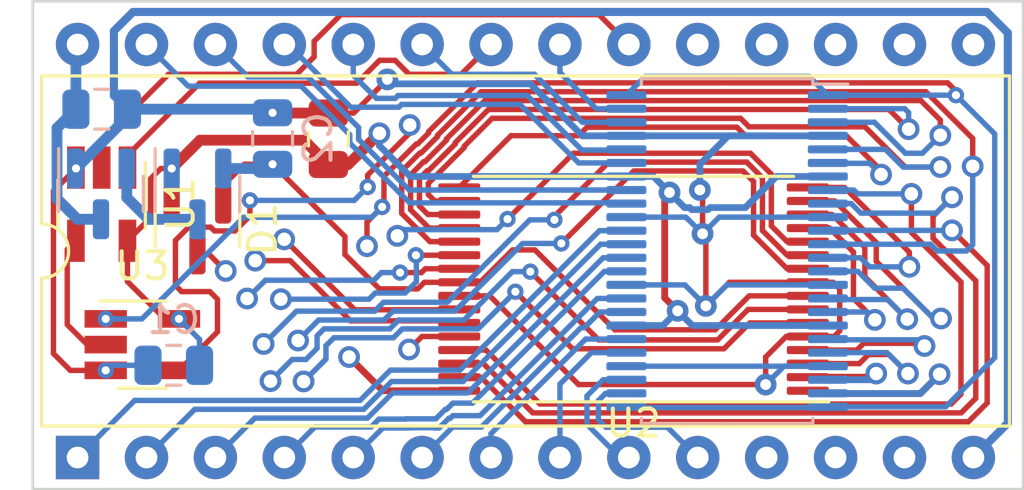
<source format=kicad_pcb>
(kicad_pcb (version 20221018) (generator pcbnew)
  (layers (0 "F.Cu" signal) (31 "B.Cu" signal) (34 "B.Paste" user) (35 "F.Paste" user) (36 "B.SilkS" user "B.Silkscreen") (37 "F.SilkS" user "F.Silkscreen") (38 "B.Mask" user) (39 "F.Mask" user) (44 "Edge.Cuts" user))
  (net 0 "")
  (net 1 "+3V3")
  (net 2 "/ED0")
  (net 3 "/ED1")
  (net 4 "/ED2")
  (net 5 "/ED4")
  (net 6 "/ED5")
  (net 7 "/ED6")
  (net 8 "/ED7")
  (net 9 "GND")
  (net 10 "/D7")
  (net 11 "/D6")
  (net 12 "/D5")
  (net 13 "/D4")
  (net 14 "/D3")
  (net 15 "/D2")
  (net 16 "/D1")
  (net 17 "/D0")
  (net 18 "+5V")
  (net 19 "/A14")
  (net 20 "/A12")
  (net 21 "/A7")
  (net 22 "/A6")
  (net 23 "/A5")
  (net 24 "/A4")
  (net 25 "/A3")
  (net 26 "/A2")
  (net 27 "/A1")
  (net 28 "/A0")
  (net 29 "/A10")
  (net 30 "/A11")
  (net 31 "/A9")
  (net 32 "/A8")
  (net 33 "/A13")
  (net 34 "/EA0")
  (net 35 "/EA1")
  (net 36 "/EA2")
  (net 37 "/EA3")
  (net 38 "/EA4")
  (net 39 "/EA5")
  (net 40 "/EA6")
  (net 41 "/EA7")
  (net 42 "/~{AOE}")
  (net 43 "/EA8")
  (net 44 "/EA9")
  (net 45 "/EA10")
  (net 46 "/EA11")
  (net 47 "/EA12")
  (net 48 "/EA13")
  (net 49 "/EA14")
  (net 50 "/~{EOE}")
  (net 51 "/EA15")
  (net 52 "/ED3")
  (net 53 "/~{ECS}")
  (net 54 "/A15")
  (net 55 "/VCCRAM")
  (net 56 "Net-(U8-VO)")
  (net 57 "/~{WERAM}")
  (net 58 "/~{OERAM}")
  (net 59 "/uA16")
  (net 60 "/~{EXT}")
  (net 61 "/~{DOE}")
  (net 63 "/BATT")
  (footprint "my_own_conn:PTH_0.8_0.5mm" (layer "F.Cu") (at 132.2578 95.7326)
    (fp_text reference "J6" hide)
    (fp_text value "Conn" hide)
  )
  (footprint "my_own_conn:PTH_0.8_0.5mm" (layer "F.Cu") (at 107.1118 91.948)
    (fp_text reference "J2" hide)
    (fp_text value "Conn" hide)
  )
  (footprint "my_own_conn:PTH_0.8_0.5mm" (layer "F.Cu") (at 133.8834 89.2302)
    (fp_text reference "J18" hide)
    (fp_text value "Conn" hide)
  )
  (footprint "my_own_conn:PTH_0.8_0.5mm" (layer "F.Cu") (at 112.3188 91.0336)
    (fp_text reference "J33" hide)
    (fp_text value "Conn" hide)
  )
  (footprint "my_own_conn:PTH_0.8_0.5mm" (layer "F.Cu") (at 131.0894 95.7326)
    (fp_text reference "J5" hide)
    (fp_text value "Conn" hide)
  )
  (footprint "my_own_conn:PTH_0.8_0.5mm" (layer "F.Cu") (at 108.1992 91.567 180)
    (fp_text reference "J27" hide)
    (fp_text value "Conn" hide)
  )
  (footprint "my_own_conn:PTH_0.8_0.5mm" (layer "F.Cu") (at 133.8834 90.4494)
    (fp_text reference "J19" hide)
    (fp_text value "Conn" hide)
  )
  (footprint "my_own_conn:PTH_0.8_0.5mm" (layer "F.Cu") (at 113.8936 86.5632)
    (fp_text reference "J34" hide)
    (fp_text value "Conn" hide)
  )
  (footprint "my_own_conn:PTH_0.8_0.5mm" (layer "F.Cu") (at 134.6454 88.0872)
    (fp_text reference "J16" hide)
    (fp_text value "Conn" hide)
  )
  (footprint "my_own_conn:PTH_0.8_0.5mm" (layer "F.Cu") (at 132.8674 94.7166)
    (fp_text reference "J7" hide)
    (fp_text value "Conn" hide)
  )
  (footprint "my_own_conn:PTH_0.8_0.5mm" (layer "F.Cu") (at 108.7628 96.012 180)
    (fp_text reference "J21" hide)
    (fp_text value "Conn" hide)
  )
  (footprint "my_own_conn:PTH_0.8_0.5mm" (layer "F.Cu") (at 133.4262 95.758)
    (fp_text reference "J1" hide)
    (fp_text value "Conn" hide)
  )
  (footprint "Package_SO:TSOP-I-32_11.8x8mm_P0.5mm" (layer "F.Cu") (at 122.14312 92.6166 180)
    (fp_text reference "U2")
    (fp_text value "IS63WV1288DBLL-10xLI" hide)
  )
  (footprint "Package_TO_SOT_SMD:SOT-23" (layer "F.Cu") (at 106.0704 90.4009 -90)
    (fp_text reference "D1")
    (fp_text value "BAT54A")
  )
  (footprint "Package_TO_SOT_SMD:SOT-23-5_HandSoldering" (layer "F.Cu") (at 104.0384 94.6658)
    (fp_text reference "U3")
    (fp_text value "74LVC1G32")
  )
  (footprint "my_own_conn:PTH_0.8_0.5mm" (layer "F.Cu") (at 133.477 93.7006)
    (fp_text reference "J10" hide)
    (fp_text value "Conn" hide)
  )
  (footprint "my_own_conn:PTH_0.8_0.5mm" (layer "F.Cu") (at 109.982 96.0238 180)
    (fp_text reference "J20" hide)
    (fp_text value "Conn" hide)
  )
  (footprint "my_own_conn:PTH_0.8_0.5mm" (layer "F.Cu") (at 108.5088 94.6404)
    (fp_text reference "J23" hide)
    (fp_text value "Conn" hide)
  )
  (footprint "Package_DIP:DIP-28_W15.24mm" (layer "F.Cu") (at 101.6508 98.8314 90)
    (fp_text reference "U7" hide)
    (fp_text value "Target" hide)
  )
  (footprint "Capacitor_SMD:C_0805_2012Metric" (layer "F.Cu") (at 110.8964 87.0712 90)
    (fp_text reference "C4" hide)
    (fp_text value "100n" hide)
  )
  (footprint "my_own_conn:PTH_0.8_0.5mm" (layer "F.Cu") (at 132.3086 91.7956)
    (fp_text reference "J11" hide)
    (fp_text value "Conn" hide)
  )
  (footprint "my_own_conn:PTH_0.8_0.5mm" (layer "F.Cu") (at 112.776 86.868)
    (fp_text reference "J30" hide)
    (fp_text value "Conn" hide)
  )
  (footprint "my_own_conn:PTH_0.8_0.5mm" (layer "F.Cu") (at 109.7788 94.5134 180)
    (fp_text reference "J22" hide)
    (fp_text value "Conn" hide)
  )
  (footprint "my_own_conn:PTH_0.8_0.5mm" (layer "F.Cu") (at 107.8992 92.964 180)
    (fp_text reference "J25" hide)
    (fp_text value "Conn" hide)
  )
  (footprint "Package_TO_SOT_SMD:SOT-23-5_HandSoldering" (layer "F.Cu") (at 102.5398 89.4842 -90)
    (fp_text reference "U1")
    (fp_text value "74LVC1G32")
  )
  (footprint "my_own_conn:PTH_0.8_0.5mm" (layer "F.Cu") (at 131.0386 93.7514)
    (fp_text reference "J8" hide)
    (fp_text value "Conn" hide)
  )
  (footprint "my_own_conn:PTH_0.8_0.5mm" (layer "F.Cu") (at 132.3848 89.1032)
    (fp_text reference "J17" hide)
    (fp_text value "Conn" hide)
  )
  (footprint "my_own_conn:PTH_0.8_0.5mm" (layer "F.Cu") (at 109.1438 92.9894 180)
    (fp_text reference "J24" hide)
    (fp_text value "Conn" hide)
  )
  (footprint "my_own_conn:PTH_0.8_0.5mm" (layer "F.Cu") (at 131.2672 88.392)
    (fp_text reference "J12" hide)
    (fp_text value "Conn" hide)
  )
  (footprint "my_own_conn:PTH_0.8_0.5mm" (layer "F.Cu") (at 113.4364 90.6526 180)
    (fp_text reference "J32" hide)
    (fp_text value "Conn" hide)
  )
  (footprint "my_own_conn:PTH_0.8_0.5mm" (layer "F.Cu") (at 111.6584 95.123 -90)
    (fp_text reference "J40" hide)
    (fp_text value "Conn" hide)
  )
  (footprint "my_own_conn:PTH_0.8_0.5mm" (layer "F.Cu") (at 113.8682 94.8436 180)
    (fp_text reference "J31" hide)
    (fp_text value "Conn" hide)
  )
  (footprint "my_own_conn:PTH_0.8_0.5mm" (layer "F.Cu") (at 133.4516 86.9442)
    (fp_text reference "J15" hide)
    (fp_text value "Conn" hide)
  )
  (footprint "my_own_conn:PTH_0.8_0.5mm" (layer "F.Cu") (at 132.2832 86.7156)
    (fp_text reference "J14" hide)
    (fp_text value "Conn" hide)
  )
  (footprint "my_own_conn:PTH_0.8_0.5mm" (layer "F.Cu") (at 132.2324 93.726)
    (fp_text reference "J9" hide)
    (fp_text value "Conn" hide)
  )
  (footprint "my_own_conn:PTH_0.8_0.5mm" (layer "F.Cu") (at 133.4516 88.1126)
    (fp_text reference "J13" hide)
    (fp_text value "Conn" hide)
  )
  (footprint "my_own_conn:PTH_0.8_0.5mm" (layer "F.Cu") (at 109.2676 90.7796 180)
    (fp_text reference "J26" hide)
    (fp_text value "Conn" hide)
  )
  (footprint "Capacitor_SMD:C_0805_2012Metric" (layer "B.Cu") (at 108.839 87.061 90)
    (fp_text reference "C2")
    (fp_text value "100n")
  )
  (footprint "Capacitor_SMD:C_0805_2012Metric" (layer "B.Cu") (at 102.5398 85.979)
    (fp_text reference "C6" hide)
    (fp_text value "100n" hide)
  )
  (footprint "Capacitor_SMD:C_0805_2012Metric" (layer "B.Cu") (at 105.1966 95.4278 180)
    (fp_text reference "C1")
    (fp_text value "100n")
  )
  (footprint "Package_SO:TSSOP-48_6.1x12.5mm_P0.5mm" (layer "B.Cu") (at 125.59222 91.2116 180)
    (fp_text reference "U5" hide)
    (fp_text value "74LVC16244APA")
  )
  (footprint "Package_TO_SOT_SMD:SOT-23" (layer "B.Cu") (at 102.5144 89.1032 -90)
    (fp_text reference "U8" hide)
    (fp_text value "MCP1754ST-3302E/CB" hide)
  )
  (footprint "Package_TO_SOT_SMD:SOT-23" (layer "B.Cu") (at 106.0704 89.1055 -90)
    (fp_text reference "D2" hide)
    (fp_text value "BAT54A" hide)
  )
  (gr_rect (start 100 82) (end 136.5 100) (stroke (width 0.1)) (fill none) (layer "Edge.Cuts"))
  (segment (start 104.8664 93.7158) (end 105.3884 93.7158) (width 0.2) (layer "F.Cu") (net 1))
  (segment (start 123.2916 89.2302) (end 123.4694 89.0524) (width 0.25) (layer "F.Cu") (net 1))
  (segment (start 103.4898 92.3392) (end 104.8664 93.7158) (width 0.2) (layer "F.Cu") (net 1))
  (segment (start 110.8964 88.0212) (end 111.6228 88.0212) (width 0.4) (layer "F.Cu") (net 1))
  (segment (start 103.4898 90.8342) (end 103.4898 92.3392) (width 0.2) (layer "F.Cu") (net 1))
  (segment (start 105.1204 88.168) (end 106.1664 87.122) (width 0.4) (layer "F.Cu") (net 1))
  (segment (start 104.3432 88.5444) (end 104.3432 89.9808) (width 0.2) (layer "F.Cu") (net 1))
  (segment (start 106.1664 87.122) (end 109.9972 87.122) (width 0.4) (layer "F.Cu") (net 1))
  (segment (start 123.2916 92.939978) (end 123.2916 89.2302) (width 0.25) (layer "F.Cu") (net 1))
  (segment (start 123.770096 93.418474) (end 123.2916 92.939978) (width 0.25) (layer "F.Cu") (net 1))
  (segment (start 111.6228 88.0212) (end 112.776 86.868) (width 0.4) (layer "F.Cu") (net 1))
  (segment (start 104.7196 88.168) (end 104.3432 88.5444) (width 0.2) (layer "F.Cu") (net 1))
  (segment (start 109.9972 87.122) (end 110.8964 88.0212) (width 0.4) (layer "F.Cu") (net 1))
  (segment (start 105.1204 88.168) (end 104.7196 88.168) (width 0.2) (layer "F.Cu") (net 1))
  (segment (start 104.3432 89.9808) (end 103.4898 90.8342) (width 0.2) (layer "F.Cu") (net 1))
  (via (at 105.1204 88.168) (size 0.6) (drill 0.3) (layers "F.Cu" "B.Cu") (net 1))
  (via (at 105.3884 93.715802) (size 0.6) (drill 0.3) (layers "F.Cu" "B.Cu") (net 1))
  (via (at 123.4694 89.0524) (size 0.8) (drill 0.4) (layers "F.Cu" "B.Cu") (net 1))
  (via (at 123.770096 93.418474) (size 0.8) (drill 0.4) (layers "F.Cu" "B.Cu") (net 1))
  (segment (start 122.8786 88.4616) (end 123.4694 89.0524) (width 0.25) (layer "B.Cu") (net 1))
  (segment (start 113.9124 88.4616) (end 112.776 87.3252) (width 0.25) (layer "B.Cu") (net 1))
  (segment (start 121.87972 88.4616) (end 113.9124 88.4616) (width 0.25) (layer "B.Cu") (net 1))
  (segment (start 124.0256 89.6086) (end 123.4694 89.0524) (width 0.25) (layer "B.Cu") (net 1))
  (segment (start 106.1466 94.474) (end 105.3884 93.7158) (width 0.2) (layer "B.Cu") (net 1))
  (segment (start 129.30472 93.9616) (end 124.313222 93.9616) (width 0.25) (layer "B.Cu") (net 1))
  (segment (start 127.410772 88.4616) (end 126.263772 89.6086) (width 0.25) (layer "B.Cu") (net 1))
  (segment (start 124.212476 89.6086) (end 124.0256 89.6086) (width 0.25) (layer "B.Cu") (net 1))
  (segment (start 124.888086 89.6836) (end 124.287476 89.6836) (width 0.25) (layer "B.Cu") (net 1))
  (segment (start 129.30472 88.4616) (end 127.410772 88.4616) (width 0.25) (layer "B.Cu") (net 1))
  (segment (start 106.1466 95.4278) (end 106.1466 94.474) (width 0.2) (layer "B.Cu") (net 1))
  (segment (start 126.263772 89.6086) (end 124.963086 89.6086) (width 0.25) (layer "B.Cu") (net 1))
  (segment (start 121.87972 93.9616) (end 123.22697 93.9616) (width 0.25) (layer "B.Cu") (net 1))
  (segment (start 112.776 87.3252) (end 112.776 86.868) (width 0.25) (layer "B.Cu") (net 1))
  (segment (start 121.87972 88.4616) (end 122.8786 88.4616) (width 0.25) (layer "B.Cu") (net 1))
  (segment (start 123.22697 93.9616) (end 123.770096 93.418474) (width 0.25) (layer "B.Cu") (net 1))
  (segment (start 124.287476 89.6836) (end 124.212476 89.6086) (width 0.25) (layer "B.Cu") (net 1))
  (segment (start 124.313222 93.9616) (end 123.770096 93.418474) (width 0.25) (layer "B.Cu") (net 1))
  (segment (start 124.963086 89.6086) (end 124.888086 89.6836) (width 0.25) (layer "B.Cu") (net 1))
  (segment (start 124.6886 90.5764) (end 124.6886 89.059419) (width 0.2) (layer "F.Cu") (net 9))
  (segment (start 129.5344 94.3666) (end 128.56812 94.3666) (width 0.2) (layer "F.Cu") (net 9))
  (segment (start 128.56812 92.3666) (end 125.679695 92.3666) (width 0.2) (layer "F.Cu") (net 9))
  (segment (start 110.8964 86.1212) (end 108.8492 86.1212) (width 0.4) (layer "F.Cu") (net 9))
  (segment (start 116.8442 92.8666) (end 120.11675 96.13915) (width 0.2) (layer "F.Cu") (net 9))
  (segment (start 129.7432 92.6084) (end 129.7432 94.1578) (width 0.2) (layer "F.Cu") (net 9))
  (segment (start 111.826585 86.1212) (end 113.068558 84.879227) (width 0.2) (layer "F.Cu") (net 9))
  (segment (start 120.11675 96.13915) (end 127.013376 96.13915) (width 0.2) (layer "F.Cu") (net 9))
  (segment (start 110.8964 86.1212) (end 111.826585 86.1212) (width 0.2) (layer "F.Cu") (net 9))
  (segment (start 100.7618 88.9983) (end 100.7618 94.996) (width 0.2) (layer "F.Cu") (net 9))
  (segment (start 115.71812 92.8666) (end 116.8442 92.8666) (width 0.2) (layer "F.Cu") (net 9))
  (segment (start 128.56812 92.3666) (end 129.5014 92.3666) (width 0.2) (layer "F.Cu") (net 9))
  (segment (start 125.679695 92.3666) (end 124.809695 93.2366) (width 0.2) (layer "F.Cu") (net 9))
  (segment (start 124.809695 93.2366) (end 124.809695 90.697495) (width 0.2) (layer "F.Cu") (net 9))
  (segment (start 101.381608 95.615808) (end 102.6884 95.615808) (width 0.2) (layer "F.Cu") (net 9))
  (segment (start 124.6886 89.059419) (end 124.587781 88.9586) (width 0.2) (layer "F.Cu") (net 9))
  (segment (start 129.7432 94.1578) (end 129.5344 94.3666) (width 0.2) (layer "F.Cu") (net 9))
  (segment (start 127.013376 95.123085) (end 127.013376 96.13915) (width 0.2) (layer "F.Cu") (net 9))
  (segment (start 124.809695 90.697495) (end 124.6886 90.5764) (width 0.2) (layer "F.Cu") (net 9))
  (segment (start 129.5014 92.3666) (end 129.7432 92.6084) (width 0.2) (layer "F.Cu") (net 9))
  (segment (start 128.56812 94.3666) (end 127.769861 94.3666) (width 0.2) (layer "F.Cu") (net 9))
  (segment (start 101.5944 88.1657) (end 100.7618 88.9983) (width 0.2) (layer "F.Cu") (net 9))
  (segment (start 127.769861 94.3666) (end 127.013376 95.123085) (width 0.2) (layer "F.Cu") (net 9))
  (segment (start 100.7618 94.996) (end 101.381608 95.615808) (width 0.2) (layer "F.Cu") (net 9))
  (via (at 124.587781 88.9586) (size 0.8) (drill 0.4) (layers "F.Cu" "B.Cu") (net 9))
  (via (at 108.839 86.111) (size 0.6) (drill 0.3) (layers "F.Cu" "B.Cu") (net 9))
  (via (at 124.6886 90.5764) (size 0.8) (drill 0.4) (layers "F.Cu" "B.Cu") (net 9))
  (via (at 102.6884 95.615808) (size 0.6) (drill 0.3) (layers "F.Cu" "B.Cu") (net 9))
  (via (at 127.013376 96.13915) (size 0.8) (drill 0.4) (layers "F.Cu" "B.Cu") (net 9))
  (via (at 101.5944 88.1657) (size 0.6) (drill 0.3) (layers "F.Cu" "B.Cu") (net 9))
  (via (at 113.068558 84.879227) (size 0.8) (drill 0.4) (layers "F.Cu" "B.Cu") (net 9))
  (via (at 124.809695 93.2366) (size 0.8) (drill 0.4) (layers "F.Cu" "B.Cu") (net 9))
  (segment (start 102.9908 85.48) (end 103.4898 85.979) (width 0.3) (layer "B.Cu") (net 9))
  (segment (start 124.141673 90.0356) (end 124.1478 90.0356) (width 0.2) (layer "B.Cu") (net 9))
  (segment (start 121.87972 92.4616) (end 124.034695 92.4616) (width 0.2) (layer "B.Cu") (net 9))
  (segment (start 129.30472 95.4616) (end 127.690926 95.4616) (width 0.2) (layer "B.Cu") (net 9))
  (segment (start 120.261 86.9616) (end 118.3428 85.0434) (width 0.25) (layer "B.Cu") (net 9))
  (segment (start 121.87972 89.9616) (end 124.067673 89.9616) (width 0.2) (layer "B.Cu") (net 9))
  (segment (start 129.30472 92.4616) (end 125.584695 92.4616) (width 0.2) (layer "B.Cu") (net 9))
  (segment (start 103.4898 86.2703) (end 101.5944 88.1657) (width 0.4) (layer "B.Cu") (net 9))
  (segment (start 125.584695 92.4616) (end 124.809695 93.2366) (width 0.2) (layer "B.Cu") (net 9))
  (segment (start 113.232731 85.0434) (end 113.068558 84.879227) (width 0.25) (layer "B.Cu") (net 9))
  (segment (start 135.9408 97.5614) (end 135.9408 83.164343) (width 0.3) (layer "B.Cu") (net 9))
  (segment (start 104.2466 95.4278) (end 102.876408 95.4278) (width 0.2) (layer "B.Cu") (net 9))
  (segment (start 103.4898 85.979) (end 108.707 85.979) (width 0.4) (layer "B.Cu") (net 9))
  (segment (start 124.587781 88.01166) (end 124.587781 88.9586) (width 0.25) (layer "B.Cu") (net 9))
  (segment (start 135.167857 82.3914) (end 103.693743 82.3914) (width 0.3) (layer "B.Cu") (net 9))
  (segment (start 124.067673 89.9616) (end 124.141673 90.0356) (width 0.2) (layer "B.Cu") (net 9))
  (segment (start 102.876408 95.4278) (end 102.6884 95.615808) (width 0.2) (layer "B.Cu") (net 9))
  (segment (start 121.87972 95.4616) (end 129.30472 95.4616) (width 0.2) (layer "B.Cu") (net 9))
  (segment (start 135.9408 83.164343) (end 135.167857 82.3914) (width 0.3) (layer "B.Cu") (net 9))
  (segment (start 125.3034 89.9616) (end 124.6886 90.5764) (width 0.2) (layer "B.Cu") (net 9))
  (segment (start 134.6708 98.8314) (end 135.9408 97.5614) (width 0.3) (layer "B.Cu") (net 9))
  (segment (start 102.9908 83.094343) (end 102.9908 85.48) (width 0.3) (layer "B.Cu") (net 9))
  (segment (start 121.87972 86.9616) (end 129.30472 86.9616) (width 0.25) (layer "B.Cu") (net 9))
  (segment (start 124.1478 90.0356) (end 124.6886 90.5764) (width 0.2) (layer "B.Cu") (net 9))
  (segment (start 118.3428 85.0434) (end 113.232731 85.0434) (width 0.25) (layer "B.Cu") (net 9))
  (segment (start 125.637841 86.9616) (end 124.587781 88.01166) (width 0.25) (layer "B.Cu") (net 9))
  (segment (start 127.690926 95.4616) (end 127.013376 96.13915) (width 0.2) (layer "B.Cu") (net 9))
  (segment (start 127.127 86.9616) (end 125.637841 86.9616) (width 0.25) (layer "B.Cu") (net 9))
  (segment (start 121.87972 86.9616) (end 120.261 86.9616) (width 0.25) (layer "B.Cu") (net 9))
  (segment (start 124.034695 92.4616) (end 124.809695 93.2366) (width 0.2) (layer "B.Cu") (net 9))
  (segment (start 129.30472 89.9616) (end 125.3034 89.9616) (width 0.2) (layer "B.Cu") (net 9))
  (segment (start 103.693743 82.3914) (end 102.9908 83.094343) (width 0.3) (layer "B.Cu") (net 9))
  (segment (start 115.63812 93.7866) (end 115.71812 93.8666) (width 0.2) (layer "F.Cu") (net 10))
  (segment (start 111.7092 93.7866) (end 115.63812 93.7866) (width 0.2) (layer "F.Cu") (net 10))
  (segment (start 109.4896 91.567) (end 108.1992 91.567) (width 0.2) (layer "F.Cu") (net 10))
  (segment (start 111.7092 93.7866) (end 109.4896 91.567) (width 0.2) (layer "F.Cu") (net 10))
  (segment (start 109.2676 90.7796) (end 111.8678 93.3798) (width 0.2) (layer "F.Cu") (net 11))
  (segment (start 111.8678 93.3798) (end 115.70492 93.3798) (width 0.2) (layer "F.Cu") (net 11))
  (segment (start 115.70492 93.3798) (end 115.71812 93.3666) (width 0.2) (layer "F.Cu") (net 11))
  (segment (start 115.71812 91.8666) (end 114.470729 91.8666) (width 0.2) (layer "F.Cu") (net 12))
  (segment (start 114.328929 92.0084) (end 113.538 92.0084) (width 0.2) (layer "F.Cu") (net 12))
  (segment (start 114.470729 91.8666) (end 114.328929 92.0084) (width 0.2) (layer "F.Cu") (net 12))
  (via (at 113.538 92.0084) (size 0.6) (drill 0.3) (layers "F.Cu" "B.Cu") (net 12))
  (segment (start 107.8992 92.964) (end 108.5738 92.2894) (width 0.2) (layer "B.Cu") (net 12))
  (segment (start 112.8522 92.0084) (end 113.538 92.0084) (width 0.2) (layer "B.Cu") (net 12))
  (segment (start 108.5738 92.2894) (end 112.5712 92.2894) (width 0.2) (layer "B.Cu") (net 12))
  (segment (start 112.5712 92.2894) (end 112.8522 92.0084) (width 0.2) (layer "B.Cu") (net 12))
  (segment (start 115.71812 91.3666) (end 114.1222 91.3666) (width 0.2) (layer "F.Cu") (net 13))
  (via (at 114.1222 91.3666) (size 0.6) (drill 0.3) (layers "F.Cu" "B.Cu") (net 13))
  (segment (start 109.1438 92.9894) (end 112.395 92.9894) (width 0.2) (layer "B.Cu") (net 13))
  (segment (start 112.395 92.9894) (end 112.6236 92.7608) (width 0.2) (layer "B.Cu") (net 13))
  (segment (start 114.138 91.3824) (end 114.1222 91.3666) (width 0.2) (layer "B.Cu") (net 13))
  (segment (start 113.726129 92.7608) (end 114.138 92.348929) (width 0.2) (layer "B.Cu") (net 13))
  (segment (start 112.6236 92.7608) (end 113.726129 92.7608) (width 0.2) (layer "B.Cu") (net 13))
  (segment (start 114.138 92.348929) (end 114.138 91.3824) (width 0.2) (layer "B.Cu") (net 13))
  (segment (start 127.805216 91.3666) (end 126.8952 90.456584) (width 0.2) (layer "F.Cu") (net 14))
  (segment (start 126.316248 87.9316) (end 121.2278 87.9316) (width 0.2) (layer "F.Cu") (net 14))
  (segment (start 126.8952 90.456584) (end 126.8952 88.510552) (width 0.2) (layer "F.Cu") (net 14))
  (segment (start 119.2276 89.9318) (end 119.2276 90.0616) (width 0.2) (layer "F.Cu") (net 14))
  (segment (start 128.56812 91.3666) (end 127.805216 91.3666) (width 0.2) (layer "F.Cu") (net 14))
  (segment (start 126.8952 88.510552) (end 126.316248 87.9316) (width 0.2) (layer "F.Cu") (net 14))
  (segment (start 121.2278 87.9316) (end 119.2276 89.9318) (width 0.2) (layer "F.Cu") (net 14))
  (via (at 119.2276 90.0616) (size 0.6) (drill 0.3) (layers "F.Cu" "B.Cu") (net 14))
  (segment (start 112.6012 93.4308) (end 112.9284 93.1036) (width 0.2) (layer "B.Cu") (net 14))
  (segment (start 115.278 93.1036) (end 118.32 90.0616) (width 0.2) (layer "B.Cu") (net 14))
  (segment (start 118.32 90.0616) (end 119.2276 90.0616) (width 0.2) (layer "B.Cu") (net 14))
  (segment (start 112.9284 93.1036) (end 115.278 93.1036) (width 0.2) (layer "B.Cu") (net 14))
  (segment (start 108.5088 94.6404) (end 109.7184 93.4308) (width 0.2) (layer "B.Cu") (net 14))
  (segment (start 109.7184 93.4308) (end 112.6012 93.4308) (width 0.2) (layer "B.Cu") (net 14))
  (segment (start 126.5682 90.629584) (end 126.5682 88.646) (width 0.2) (layer "F.Cu") (net 15))
  (segment (start 126.5682 88.646) (end 126.1808 88.2586) (width 0.2) (layer "F.Cu") (net 15))
  (segment (start 128.56812 91.8666) (end 127.805216 91.8666) (width 0.2) (layer "F.Cu") (net 15))
  (segment (start 127.805216 91.8666) (end 126.5682 90.629584) (width 0.2) (layer "F.Cu") (net 15))
  (segment (start 126.1808 88.2586) (end 122.155 88.2586) (width 0.2) (layer "F.Cu") (net 15))
  (segment (start 122.155 88.2586) (end 119.4816 90.932) (width 0.2) (layer "F.Cu") (net 15))
  (via (at 119.4816 90.932) (size 0.6) (drill 0.3) (layers "F.Cu" "B.Cu") (net 15))
  (segment (start 109.7788 94.5134) (end 110.5344 93.7578) (width 0.2) (layer "B.Cu") (net 15))
  (segment (start 112.9474 93.7578) (end 113.2746 93.4306) (width 0.2) (layer "B.Cu") (net 15))
  (segment (start 113.2746 93.4306) (end 115.5606 93.4306) (width 0.2) (layer "B.Cu") (net 15))
  (segment (start 110.5344 93.7578) (end 112.9474 93.7578) (width 0.2) (layer "B.Cu") (net 15))
  (segment (start 115.5606 93.4306) (end 118.0592 90.932) (width 0.2) (layer "B.Cu") (net 15))
  (segment (start 118.0592 90.932) (end 119.4816 90.932) (width 0.2) (layer "B.Cu") (net 15))
  (segment (start 128.56812 93.3666) (end 126.3688 93.3666) (width 0.2) (layer "F.Cu") (net 16))
  (segment (start 120.8564 94.4912) (end 118.3386 91.9734) (width 0.2) (layer "F.Cu") (net 16))
  (segment (start 125.2442 94.4912) (end 120.8564 94.4912) (width 0.2) (layer "F.Cu") (net 16))
  (segment (start 126.3688 93.3666) (end 125.2442 94.4912) (width 0.2) (layer "F.Cu") (net 16))
  (via (at 118.3386 91.9734) (size 0.6) (drill 0.3) (layers "F.Cu" "B.Cu") (net 16))
  (segment (start 109.5614 95.2134) (end 110.06875 95.2134) (width 0.2) (layer "B.Cu") (net 16))
  (segment (start 115.894 93.7576) (end 117.6782 91.9734) (width 0.2) (layer "B.Cu") (net 16))
  (segment (start 110.4788 94.80335) (end 110.4788 94.341552) (width 0.2) (layer "B.Cu") (net 16))
  (segment (start 110.06875 95.2134) (end 110.4788 94.80335) (width 0.2) (layer "B.Cu") (net 16))
  (segment (start 108.7628 96.012) (end 109.5614 95.2134) (width 0.2) (layer "B.Cu") (net 16))
  (segment (start 117.6782 91.9734) (end 118.3386 91.9734) (width 0.2) (layer "B.Cu") (net 16))
  (segment (start 110.735552 94.0848) (end 113.159048 94.0848) (width 0.2) (layer "B.Cu") (net 16))
  (segment (start 110.4788 94.341552) (end 110.735552 94.0848) (width 0.2) (layer "B.Cu") (net 16))
  (segment (start 113.486248 93.7576) (end 115.894 93.7576) (width 0.2) (layer "B.Cu") (net 16))
  (segment (start 113.159048 94.0848) (end 113.486248 93.7576) (width 0.2) (layer "B.Cu") (net 16))
  (segment (start 128.56812 93.8666) (end 126.4276 93.8666) (width 0.2) (layer "F.Cu") (net 17))
  (segment (start 125.476 94.8182) (end 119.892156 94.8182) (width 0.2) (layer "F.Cu") (net 17))
  (segment (start 119.892156 94.8182) (end 117.787043 92.713087) (width 0.2) (layer "F.Cu") (net 17))
  (segment (start 126.4276 93.8666) (end 125.476 94.8182) (width 0.2) (layer "F.Cu") (net 17))
  (via (at 117.787043 92.713087) (size 0.6) (drill 0.3) (layers "F.Cu" "B.Cu") (net 17))
  (segment (start 110.8058 95.2) (end 110.8058 94.7056) (width 0.2) (layer "B.Cu") (net 17))
  (segment (start 110.8058 94.7056) (end 111.0996 94.4118) (width 0.2) (layer "B.Cu") (net 17))
  (segment (start 111.0996 94.4118) (end 113.294496 94.4118) (width 0.2) (layer "B.Cu") (net 17))
  (segment (start 113.621696 94.0846) (end 116.41553 94.0846) (width 0.2) (layer "B.Cu") (net 17))
  (segment (start 109.982 96.0238) (end 110.8058 95.2) (width 0.2) (layer "B.Cu") (net 17))
  (segment (start 116.41553 94.0846) (end 117.787043 92.713087) (width 0.2) (layer "B.Cu") (net 17))
  (segment (start 113.294496 94.4118) (end 113.621696 94.0846) (width 0.2) (layer "B.Cu") (net 17))
  (segment (start 101.5898 85.979) (end 101.5898 83.6524) (width 0.4) (layer "B.Cu") (net 18))
  (segment (start 100.8944 89.2866) (end 101.6485 90.0407) (width 0.4) (layer "B.Cu") (net 18))
  (segment (start 101.6485 90.0407) (end 102.5144 90.0407) (width 0.4) (layer "B.Cu") (net 18))
  (segment (start 100.8944 86.6744) (end 100.8944 89.2866) (width 0.4) (layer "B.Cu") (net 18))
  (segment (start 101.5898 85.979) (end 100.8944 86.6744) (width 0.4) (layer "B.Cu") (net 18))
  (segment (start 116.610349 95.3666) (end 118.427349 97.1836) (width 0.2) (layer "F.Cu") (net 19))
  (segment (start 133.1834 89.9302) (end 133.8834 89.2302) (width 0.2) (layer "F.Cu") (net 19))
  (segment (start 118.427349 97.1836) (end 134.22017 97.1836) (width 0.2) (layer "F.Cu") (net 19))
  (segment (start 134.22017 97.1836) (end 134.7588 96.64497) (width 0.2) (layer "F.Cu") (net 19))
  (segment (start 134.7588 96.64497) (end 134.7588 92.31475) (width 0.2) (layer "F.Cu") (net 19))
  (segment (start 134.7588 92.31475) (end 133.1834 90.73935) (width 0.2) (layer "F.Cu") (net 19))
  (segment (start 133.1834 90.73935) (end 133.1834 89.9302) (width 0.2) (layer "F.Cu") (net 19))
  (segment (start 115.71812 95.3666) (end 116.610349 95.3666) (width 0.2) (layer "F.Cu") (net 19))
  (segment (start 129.30472 89.4616) (end 130.16803 89.4616) (width 0.2) (layer "B.Cu") (net 19))
  (segment (start 133.2992 89.8144) (end 133.8834 89.2302) (width 0.2) (layer "B.Cu") (net 19))
  (segment (start 130.52083 89.8144) (end 133.2992 89.8144) (width 0.2) (layer "B.Cu") (net 19))
  (segment (start 130.16803 89.4616) (end 130.52083 89.8144) (width 0.2) (layer "B.Cu") (net 19))
  (segment (start 134.6454 87.06143) (end 134.6454 88.0872) (width 0.2) (layer "F.Cu") (net 20))
  (segment (start 115.71812 90.8666) (end 114.641 90.8666) (width 0.2) (layer "F.Cu") (net 20))
  (segment (start 114.270664 87.5902) (end 114.318998 87.5902) (width 0.2) (layer "F.Cu") (net 20))
  (segment (start 114.641 90.8666) (end 113.5984 89.824) (width 0.2) (layer "F.Cu") (net 20))
  (segment (start 114.318998 87.5902) (end 114.9206 86.988598) (width 0.2) (layer "F.Cu") (net 20))
  (segment (start 114.9206 86.940264) (end 116.526264 85.3346) (width 0.2) (layer "F.Cu") (net 20))
  (segment (start 114.9206 86.988598) (end 114.9206 86.940264) (width 0.2) (layer "F.Cu") (net 20))
  (segment (start 116.526264 85.3346) (end 132.91857 85.3346) (width 0.2) (layer "F.Cu") (net 20))
  (segment (start 132.91857 85.3346) (end 134.6454 87.06143) (width 0.2) (layer "F.Cu") (net 20))
  (segment (start 113.5984 89.824) (end 113.5984 88.262464) (width 0.2) (layer "F.Cu") (net 20))
  (segment (start 113.5984 88.262464) (end 114.270664 87.5902) (width 0.2) (layer "F.Cu") (net 20))
  (segment (start 129.30472 90.9616) (end 133.1002 90.9616) (width 0.2) (layer "B.Cu") (net 20))
  (segment (start 134.6454 90.9828) (end 134.6454 88.0872) (width 0.2) (layer "B.Cu") (net 20))
  (segment (start 134.4168 91.2114) (end 134.6454 90.9828) (width 0.2) (layer "B.Cu") (net 20))
  (segment (start 133.1002 90.9616) (end 133.35 91.2114) (width 0.2) (layer "B.Cu") (net 20))
  (segment (start 133.35 91.2114) (end 134.4168 91.2114) (width 0.2) (layer "B.Cu") (net 20))
  (segment (start 129.919885 88.8666) (end 132.3086 91.255315) (width 0.2) (layer "F.Cu") (net 21))
  (segment (start 132.3086 91.255315) (end 132.3086 91.7956) (width 0.2) (layer "F.Cu") (net 21))
  (segment (start 128.56812 88.8666) (end 129.919885 88.8666) (width 0.2) (layer "F.Cu") (net 21))
  (segment (start 130.84126 91.7956) (end 132.3086 91.7956) (width 0.2) (layer "B.Cu") (net 21))
  (segment (start 130.50726 91.4616) (end 130.84126 91.7956) (width 0.2) (layer "B.Cu") (net 21))
  (segment (start 129.30472 91.4616) (end 130.50726 91.4616) (width 0.2) (layer "B.Cu") (net 21))
  (segment (start 131.0894 91.5924) (end 133.1976 93.7006) (width 0.2) (layer "F.Cu") (net 22))
  (segment (start 131.0894 90.89879) (end 131.0894 91.5924) (width 0.2) (layer "F.Cu") (net 22))
  (segment (start 129.55721 89.3666) (end 131.0894 90.89879) (width 0.2) (layer "F.Cu") (net 22))
  (segment (start 128.56812 89.3666) (end 129.55721 89.3666) (width 0.2) (layer "F.Cu") (net 22))
  (segment (start 132.08 92.583) (end 133.1976 93.7006) (width 0.2) (layer "B.Cu") (net 22))
  (segment (start 131.03469 92.583) (end 132.08 92.583) (width 0.2) (layer "B.Cu") (net 22))
  (segment (start 129.30472 91.9616) (end 130.41329 91.9616) (width 0.2) (layer "B.Cu") (net 22))
  (segment (start 130.41329 91.9616) (end 131.03469 92.583) (width 0.2) (layer "B.Cu") (net 22))
  (segment (start 128.56812 89.8666) (end 129.46324 89.8666) (width 0.2) (layer "F.Cu") (net 23))
  (segment (start 130.6694 91.07276) (end 130.6694 92.163) (width 0.2) (layer "F.Cu") (net 23))
  (segment (start 130.6694 92.163) (end 132.2324 93.726) (width 0.2) (layer "F.Cu") (net 23))
  (segment (start 129.46324 89.8666) (end 130.6694 91.07276) (width 0.2) (layer "F.Cu") (net 23))
  (segment (start 132.2324 93.726) (end 131.5094 93.003) (width 0.2) (layer "B.Cu") (net 23))
  (segment (start 131.5094 93.003) (end 129.34612 93.003) (width 0.2) (layer "B.Cu") (net 23))
  (segment (start 129.366379 90.3666) (end 130.2494 91.249621) (width 0.2) (layer "F.Cu") (net 24))
  (segment (start 130.2494 92.9622) (end 131.0386 93.7514) (width 0.2) (layer "F.Cu") (net 24))
  (segment (start 130.2494 91.249621) (end 130.2494 92.9622) (width 0.2) (layer "F.Cu") (net 24))
  (segment (start 128.56812 90.3666) (end 129.366379 90.3666) (width 0.2) (layer "F.Cu") (net 24))
  (segment (start 130.7488 93.4616) (end 131.0386 93.7514) (width 0.2) (layer "B.Cu") (net 24))
  (segment (start 129.30472 93.4616) (end 130.7488 93.4616) (width 0.2) (layer "B.Cu") (net 24))
  (segment (start 130.378551 94.8666) (end 130.627551 94.6176) (width 0.2) (layer "F.Cu") (net 25))
  (segment (start 130.627551 94.6176) (end 132.7684 94.6176) (width 0.2) (layer "F.Cu") (net 25))
  (segment (start 128.56812 94.8666) (end 130.378551 94.8666) (width 0.2) (layer "F.Cu") (net 25))
  (segment (start 132.6388 94.488) (end 132.8674 94.7166) (width 0.2) (layer "B.Cu") (net 25))
  (segment (start 129.33112 94.488) (end 132.6388 94.488) (width 0.2) (layer "B.Cu") (net 25))
  (segment (start 131.5578 95.0326) (end 132.2578 95.7326) (width 0.2) (layer "F.Cu") (net 26))
  (segment (start 128.56812 95.3666) (end 130.46545 95.3666) (width 0.2) (layer "F.Cu") (net 26))
  (segment (start 130.79945 95.0326) (end 131.5578 95.0326) (width 0.2) (layer "F.Cu") (net 26))
  (segment (start 130.46545 95.3666) (end 130.79945 95.0326) (width 0.2) (layer "F.Cu") (net 26))
  (segment (start 131.4868 94.9616) (end 132.2578 95.7326) (width 0.2) (layer "B.Cu") (net 26))
  (segment (start 129.30472 94.9616) (end 131.4868 94.9616) (width 0.2) (layer "B.Cu") (net 26))
  (segment (start 128.56812 95.8666) (end 131.0198 95.8666) (width 0.25) (layer "F.Cu") (net 27))
  (segment (start 129.30472 95.9616) (end 130.8604 95.9616) (width 0.25) (layer "B.Cu") (net 27))
  (segment (start 130.8604 95.9616) (end 131.0894 95.7326) (width 0.25) (layer "B.Cu") (net 27))
  (segment (start 132.715 96.4692) (end 133.4262 95.758) (width 0.25) (layer "F.Cu") (net 28))
  (segment (start 128.67072 96.4692) (end 132.715 96.4692) (width 0.25) (layer "F.Cu") (net 28))
  (segment (start 128.56812 96.3666) (end 128.67072 96.4692) (width 0.25) (layer "F.Cu") (net 28))
  (segment (start 129.30472 96.4616) (end 129.31232 96.4692) (width 0.25) (layer "B.Cu") (net 28))
  (segment (start 132.715 96.4692) (end 133.4262 95.758) (width 0.25) (layer "B.Cu") (net 28))
  (segment (start 129.31232 96.4692) (end 132.715 96.4692) (width 0.25) (layer "B.Cu") (net 28))
  (segment (start 115.5746 87.21116) (end 115.5746 87.259494) (width 0.2) (layer "F.Cu") (net 29))
  (segment (start 115.5746 87.259494) (end 114.589894 88.2442) (width 0.2) (layer "F.Cu") (net 29))
  (segment (start 131.5562 85.9886) (end 116.79716 85.9886) (width 0.2) (layer "F.Cu") (net 29))
  (segment (start 114.565896 89.8666) (end 115.71812 89.8666) (width 0.2) (layer "F.Cu") (net 29))
  (segment (start 114.54156 88.2442) (end 114.2524 88.53336) (width 0.2) (layer "F.Cu") (net 29))
  (segment (start 114.589894 88.2442) (end 114.54156 88.2442) (width 0.2) (layer "F.Cu") (net 29))
  (segment (start 132.2832 86.7156) (end 131.5562 85.9886) (width 0.2) (layer "F.Cu") (net 29))
  (segment (start 116.79716 85.9886) (end 115.5746 87.21116) (width 0.2) (layer "F.Cu") (net 29))
  (segment (start 114.2524 89.553104) (end 114.565896 89.8666) (width 0.2) (layer "F.Cu") (net 29))
  (segment (start 114.2524 88.53336) (end 114.2524 89.553104) (width 0.2) (layer "F.Cu") (net 29))
  (segment (start 132.1388 85.9616) (end 132.2832 86.106) (width 0.2) (layer "B.Cu") (net 29))
  (segment (start 129.30472 85.9616) (end 132.1388 85.9616) (width 0.2) (layer "B.Cu") (net 29))
  (segment (start 132.2832 86.106) (end 132.2832 86.7156) (width 0.2) (layer "B.Cu") (net 29))
  (segment (start 113.9254 88.397912) (end 114.406112 87.9172) (width 0.2) (layer "F.Cu") (net 30))
  (segment (start 116.661712 85.6616) (end 132.734685 85.6616) (width 0.2) (layer "F.Cu") (net 30))
  (segment (start 114.454446 87.9172) (end 115.2476 87.124046) (width 0.2) (layer "F.Cu") (net 30))
  (segment (start 115.71812 90.3666) (end 114.603448 90.3666) (width 0.2) (layer "F.Cu") (net 30))
  (segment (start 114.406112 87.9172) (end 114.454446 87.9172) (width 0.2) (layer "F.Cu") (net 30))
  (segment (start 115.2476 87.124046) (end 115.2476 87.075712) (width 0.2) (layer "F.Cu") (net 30))
  (segment (start 115.2476 87.075712) (end 116.661712 85.6616) (width 0.2) (layer "F.Cu") (net 30))
  (segment (start 133.4516 86.378515) (end 133.4516 86.9442) (width 0.2) (layer "F.Cu") (net 30))
  (segment (start 114.603448 90.3666) (end 113.9254 89.688552) (width 0.2) (layer "F.Cu") (net 30))
  (segment (start 113.9254 89.688552) (end 113.9254 88.397912) (width 0.2) (layer "F.Cu") (net 30))
  (segment (start 132.734685 85.6616) (end 133.4516 86.378515) (width 0.2) (layer "F.Cu") (net 30))
  (segment (start 129.30472 86.4616) (end 131.02297 86.4616) (width 0.2) (layer "B.Cu") (net 30))
  (segment (start 132.7912 87.6046) (end 133.4516 86.9442) (width 0.2) (layer "B.Cu") (net 30))
  (segment (start 132.16597 87.6046) (end 132.7912 87.6046) (width 0.2) (layer "B.Cu") (net 30))
  (segment (start 131.02297 86.4616) (end 132.16597 87.6046) (width 0.2) (layer "B.Cu") (net 30))
  (segment (start 115.9016 87.394942) (end 114.5794 88.717142) (width 0.2) (layer "F.Cu") (net 31))
  (segment (start 114.8174 89.3666) (end 115.71812 89.3666) (width 0.2) (layer "F.Cu") (net 31))
  (segment (start 133.4516 88.1126) (end 132.1562 88.1126) (width 0.2) (layer "F.Cu") (net 31))
  (segment (start 115.9016 87.346608) (end 115.9016 87.394942) (width 0.2) (layer "F.Cu") (net 31))
  (segment (start 114.5794 88.717142) (end 114.5794 89.1286) (width 0.2) (layer "F.Cu") (net 31))
  (segment (start 130.6734 86.6298) (end 126.401792 86.6298) (width 0.2) (layer "F.Cu") (net 31))
  (segment (start 116.932608 86.3156) (end 115.9016 87.346608) (width 0.2) (layer "F.Cu") (net 31))
  (segment (start 126.087592 86.3156) (end 116.932608 86.3156) (width 0.2) (layer "F.Cu") (net 31))
  (segment (start 126.401792 86.6298) (end 126.087592 86.3156) (width 0.2) (layer "F.Cu") (net 31))
  (segment (start 114.5794 89.1286) (end 114.8174 89.3666) (width 0.2) (layer "F.Cu") (net 31))
  (segment (start 132.1562 88.1126) (end 130.6734 86.6298) (width 0.2) (layer "F.Cu") (net 31))
  (segment (start 132.08 88.1126) (end 133.4516 88.1126) (width 0.2) (layer "B.Cu") (net 31))
  (segment (start 129.30472 87.4616) (end 131.429 87.4616) (width 0.2) (layer "B.Cu") (net 31))
  (segment (start 131.429 87.4616) (end 132.08 88.1126) (width 0.2) (layer "B.Cu") (net 31))
  (segment (start 120.428022 86.6426) (end 120.113822 86.9568) (width 0.2) (layer "F.Cu") (net 32))
  (segment (start 125.952144 86.6426) (end 120.428022 86.6426) (width 0.2) (layer "F.Cu") (net 32))
  (segment (start 120.113822 86.9568) (end 117.62792 86.9568) (width 0.2) (layer "F.Cu") (net 32))
  (segment (start 131.2672 88.2396) (end 129.9844 86.9568) (width 0.2) (layer "F.Cu") (net 32))
  (segment (start 129.9844 86.9568) (end 126.266344 86.9568) (width 0.2) (layer "F.Cu") (net 32))
  (segment (start 126.266344 86.9568) (end 125.952144 86.6426) (width 0.2) (layer "F.Cu") (net 32))
  (segment (start 117.62792 86.9568) (end 115.71812 88.8666) (width 0.2) (layer "F.Cu") (net 32))
  (segment (start 130.8508 87.9756) (end 131.2672 88.392) (width 0.2) (layer "B.Cu") (net 32))
  (segment (start 129.31872 87.9756) (end 130.8508 87.9756) (width 0.2) (layer "B.Cu") (net 32))
  (segment (start 132.3848 90.527649) (end 132.3848 89.1032) (width 0.2) (layer "F.Cu") (net 33))
  (segment (start 116.704319 94.8666) (end 118.694319 96.8566) (width 0.2) (layer "F.Cu") (net 33))
  (segment (start 115.71812 94.8666) (end 116.704319 94.8666) (width 0.2) (layer "F.Cu") (net 33))
  (segment (start 118.694319 96.8566) (end 133.8516 96.8566) (width 0.2) (layer "F.Cu") (net 33))
  (segment (start 134.2136 96.4946) (end 134.2136 92.356449) (width 0.2) (layer "F.Cu") (net 33))
  (segment (start 133.8516 96.8566) (end 134.2136 96.4946) (width 0.2) (layer "F.Cu") (net 33))
  (segment (start 134.2136 92.356449) (end 132.3848 90.527649) (width 0.2) (layer "F.Cu") (net 33))
  (segment (start 130.262 88.9616) (end 130.4036 89.1032) (width 0.2) (layer "B.Cu") (net 33))
  (segment (start 129.30472 88.9616) (end 130.262 88.9616) (width 0.2) (layer "B.Cu") (net 33))
  (segment (start 130.4036 89.1032) (end 132.3848 89.1032) (width 0.2) (layer "B.Cu") (net 33))
  (segment (start 121.118961 96.4616) (end 120.84722 96.733341) (width 0.2) (layer "B.Cu") (net 34))
  (segment (start 120.84722 97.43614) (end 121.12488 97.7138) (width 0.2) (layer "B.Cu") (net 34))
  (segment (start 121.12488 97.7138) (end 123.3932 97.7138) (width 0.2) (layer "B.Cu") (net 34))
  (segment (start 123.3932 97.7138) (end 124.5108 98.8314) (width 0.2) (layer "B.Cu") (net 34))
  (segment (start 120.84722 96.733341) (end 120.84722 97.43614) (width 0.2) (layer "B.Cu") (net 34))
  (segment (start 121.87972 96.4616) (end 121.118961 96.4616) (width 0.2) (layer "B.Cu") (net 34))
  (segment (start 121.024991 95.9616) (end 120.42722 96.559371) (width 0.2) (layer "B.Cu") (net 35))
  (segment (start 121.87972 95.9616) (end 121.024991 95.9616) (width 0.2) (layer "B.Cu") (net 35))
  (segment (start 120.42722 96.559371) (end 120.42722 97.61011) (width 0.2) (layer "B.Cu") (net 35))
  (segment (start 120.42722 97.61011) (end 121.64851 98.8314) (width 0.2) (layer "B.Cu") (net 35))
  (segment (start 119.4308 96.123469) (end 120.592669 94.9616) (width 0.2) (layer "B.Cu") (net 36))
  (segment (start 120.592669 94.9616) (end 121.87972 94.9616) (width 0.2) (layer "B.Cu") (net 36))
  (segment (start 119.4308 98.8314) (end 119.4308 96.123469) (width 0.2) (layer "B.Cu") (net 36))
  (segment (start 116.8908 97.947776) (end 120.376976 94.4616) (width 0.2) (layer "B.Cu") (net 37))
  (segment (start 120.376976 94.4616) (end 121.87972 94.4616) (width 0.2) (layer "B.Cu") (net 37))
  (segment (start 116.8908 98.8314) (end 116.8908 97.947776) (width 0.2) (layer "B.Cu") (net 37))
  (segment (start 116.537206 97.7074) (end 120.203006 94.0416) (width 0.2) (layer "B.Cu") (net 38))
  (segment (start 114.3508 98.8314) (end 115.4748 97.7074) (width 0.2) (layer "B.Cu") (net 38))
  (segment (start 115.4748 97.7074) (end 116.537206 97.7074) (width 0.2) (layer "B.Cu") (net 38))
  (segment (start 120.203006 94.0416) (end 120.324729 94.0416) (width 0.2) (layer "B.Cu") (net 38))
  (segment (start 120.904729 93.4616) (end 121.87972 93.4616) (width 0.2) (layer "B.Cu") (net 38))
  (segment (start 120.324729 94.0416) (end 120.904729 93.4616) (width 0.2) (layer "B.Cu") (net 38))
  (segment (start 116.484959 97.2874) (end 120.810759 92.9616) (width 0.2) (layer "B.Cu") (net 39))
  (segment (start 113.895165 97.7314) (end 114.806435 97.7314) (width 0.2) (layer "B.Cu") (net 39))
  (segment (start 120.810759 92.9616) (end 121.87972 92.9616) (width 0.2) (layer "B.Cu") (net 39))
  (segment (start 115.339352 97.3804) (end 115.390992 97.3804) (width 0.2) (layer "B.Cu") (net 39))
  (segment (start 114.806435 97.7314) (end 114.815635 97.7406) (width 0.2) (layer "B.Cu") (net 39))
  (segment (start 111.8108 98.8314) (end 112.9016 97.7406) (width 0.2) (layer "B.Cu") (net 39))
  (segment (start 113.885965 97.7406) (end 113.895165 97.7314) (width 0.2) (layer "B.Cu") (net 39))
  (segment (start 114.815635 97.7406) (end 114.979152 97.7406) (width 0.2) (layer "B.Cu") (net 39))
  (segment (start 115.483992 97.2874) (end 116.484959 97.2874) (width 0.2) (layer "B.Cu") (net 39))
  (segment (start 112.9016 97.7406) (end 113.885965 97.7406) (width 0.2) (layer "B.Cu") (net 39))
  (segment (start 115.390992 97.3804) (end 115.483992 97.2874) (width 0.2) (layer "B.Cu") (net 39))
  (segment (start 114.979152 97.7406) (end 115.339352 97.3804) (width 0.2) (layer "B.Cu") (net 39))
  (segment (start 115.484144 96.8248) (end 116.205 96.8248) (width 0.2) (layer "B.Cu") (net 40))
  (segment (start 112.761744 97.4136) (end 113.750517 97.4136) (width 0.2) (layer "B.Cu") (net 40))
  (segment (start 116.205 96.8248) (end 121.0682 91.9616) (width 0.2) (layer "B.Cu") (net 40))
  (segment (start 121.0682 91.9616) (end 121.87972 91.9616) (width 0.2) (layer "B.Cu") (net 40))
  (segment (start 114.852904 97.4044) (end 115.203904 97.0534) (width 0.2) (layer "B.Cu") (net 40))
  (segment (start 115.203904 97.0534) (end 115.255544 97.0534) (width 0.2) (layer "B.Cu") (net 40))
  (segment (start 115.255544 97.0534) (end 115.484144 96.8248) (width 0.2) (layer "B.Cu") (net 40))
  (segment (start 109.2708 98.8314) (end 110.3974 97.7048) (width 0.2) (layer "B.Cu") (net 40))
  (segment (start 112.470544 97.7048) (end 112.761744 97.4136) (width 0.2) (layer "B.Cu") (net 40))
  (segment (start 113.759717 97.4044) (end 114.852904 97.4044) (width 0.2) (layer "B.Cu") (net 40))
  (segment (start 110.3974 97.7048) (end 112.470544 97.7048) (width 0.2) (layer "B.Cu") (net 40))
  (segment (start 113.750517 97.4136) (end 113.759717 97.4044) (width 0.2) (layer "B.Cu") (net 40))
  (segment (start 121.021221 91.4616) (end 121.87972 91.4616) (width 0.2) (layer "B.Cu") (net 41))
  (segment (start 106.7308 98.8314) (end 108.1844 97.3778) (width 0.2) (layer "B.Cu") (net 41))
  (segment (start 108.1844 97.3778) (end 112.335096 97.3778) (width 0.2) (layer "B.Cu") (net 41))
  (segment (start 113.265496 96.4474) (end 116.035421 96.4474) (width 0.2) (layer "B.Cu") (net 41))
  (segment (start 116.035421 96.4474) (end 121.021221 91.4616) (width 0.2) (layer "B.Cu") (net 41))
  (segment (start 112.335096 97.3778) (end 113.265496 96.4474) (width 0.2) (layer "B.Cu") (net 41))
  (segment (start 133.7248 85.0076) (end 134.0264 85.3092) (width 0.2) (layer "F.Cu") (net 42))
  (segment (start 114.135216 87.2632) (end 114.18355 87.2632) (width 0.2) (layer "F.Cu") (net 42))
  (segment (start 112.8776 89.5858) (end 112.3188 90.1446) (width 0.2) (layer "F.Cu") (net 42))
  (segment (start 112.8776 89.5858) (end 112.9442 89.5192) (width 0.2) (layer "F.Cu") (net 42))
  (segment (start 112.9442 89.5192) (end 112.9442 88.454216) (width 0.2) (layer "F.Cu") (net 42))
  (segment (start 112.9442 88.454216) (end 114.135216 87.2632) (width 0.2) (layer "F.Cu") (net 42))
  (segment (start 114.5936 86.804816) (end 116.390816 85.0076) (width 0.2) (layer "F.Cu") (net 42))
  (segment (start 112.3188 90.1446) (end 112.3188 91.0336) (width 0.2) (layer "F.Cu") (net 42))
  (segment (start 116.390816 85.0076) (end 133.7248 85.0076) (width 0.2) (layer "F.Cu") (net 42))
  (segment (start 114.18355 87.2632) (end 114.5936 86.85315) (width 0.2) (layer "F.Cu") (net 42))
  (segment (start 114.5936 86.85315) (end 114.5936 86.804816) (width 0.2) (layer "F.Cu") (net 42))
  (segment (start 134.0264 85.3092) (end 134.0264 85.4616) (width 0.2) (layer "F.Cu") (net 42))
  (via (at 102.6884 93.715806) (size 0.6) (drill 0.3) (layers "F.Cu" "B.Cu") (net 42))
  (via (at 112.8776 89.5858) (size 0.6) (drill 0.3) (layers "F.Cu" "B.Cu") (net 42))
  (via (at 134.0264 85.4616) (size 0.6) (drill 0.3) (layers "F.Cu" "B.Cu") (net 42))
  (segment (start 122.56972 84.7716) (end 128.61472 84.7716) (width 0.2) (layer "B.Cu") (net 42))
  (segment (start 121.90472 96.9866) (end 129.27972 96.9866) (width 0.2) (layer "B.Cu") (net 42))
  (segment (start 121.87972 85.4616) (end 122.56972 84.7716) (width 0.2) (layer "B.Cu") (net 42))
  (segment (start 135.4582 95.1484) (end 133.645 96.9616) (width 0.2) (layer "B.Cu") (net 42))
  (segment (start 128.61472 84.7716) (end 129.30472 85.4616) (width 0.2) (layer "B.Cu") (net 42))
  (segment (start 135.4582 86.8934) (end 135.4582 95.1484) (width 0.2) (layer "B.Cu") (net 42))
  (segment (start 134.0264 85.4616) (end 135.4582 86.8934) (width 0.2) (layer "B.Cu") (net 42))
  (segment (start 107.7722 89.9668) (end 104.023194 93.715806) (width 0.2) (layer "B.Cu") (net 42))
  (segment (start 129.30472 85.4616) (end 134.0264 85.4616) (width 0.2) (layer "B.Cu") (net 42))
  (segment (start 112.4966 89.9668) (end 107.7722 89.9668) (width 0.2) (layer "B.Cu") (net 42))
  (segment (start 112.8776 89.5858) (end 112.4966 89.9668) (width 0.2) (layer "B.Cu") (net 42))
  (segment (start 104.023194 93.715806) (end 102.6884 93.715806) (width 0.2) (layer "B.Cu") (net 42))
  (segment (start 133.645 96.9616) (end 129.30472 96.9616) (width 0.2) (layer "B.Cu") (net 42))
  (segment (start 111.723123 85.906227) (end 113.493956 85.906227) (width 0.2) (layer "B.Cu") (net 43))
  (segment (start 113.493956 85.906227) (end 113.598983 85.8012) (width 0.2) (layer "B.Cu") (net 43))
  (segment (start 120.118 87.9616) (end 121.87972 87.9616) (width 0.2) (layer "B.Cu") (net 43))
  (segment (start 109.408296 83.5914) (end 111.723123 85.906227) (width 0.2) (layer "B.Cu") (net 43))
  (segment (start 117.9576 85.8012) (end 120.118 87.9616) (width 0.2) (layer "B.Cu") (net 43))
  (segment (start 113.598983 85.8012) (end 117.9576 85.8012) (width 0.2) (layer "B.Cu") (net 43))
  (segment (start 120.237172 87.486802) (end 121.854518 87.486802) (width 0.2) (layer "B.Cu") (net 44))
  (segment (start 113.358508 85.579227) (end 113.463535 85.4742) (width 0.2) (layer "B.Cu") (net 44))
  (segment (start 113.463535 85.4742) (end 118.22457 85.4742) (width 0.2) (layer "B.Cu") (net 44))
  (segment (start 111.8108 84.72277) (end 112.667257 85.579227) (width 0.2) (layer "B.Cu") (net 44))
  (segment (start 111.8108 83.5914) (end 111.8108 84.72277) (width 0.2) (layer "B.Cu") (net 44))
  (segment (start 118.22457 85.4742) (end 120.237172 87.486802) (width 0.2) (layer "B.Cu") (net 44))
  (segment (start 112.667257 85.579227) (end 113.358508 85.579227) (width 0.2) (layer "B.Cu") (net 44))
  (segment (start 120.76937 85.9616) (end 119.4308 84.62303) (width 0.2) (layer "B.Cu") (net 45))
  (segment (start 119.4308 84.62303) (end 119.4308 83.5914) (width 0.2) (layer "B.Cu") (net 45))
  (segment (start 121.87972 85.9616) (end 120.76937 85.9616) (width 0.2) (layer "B.Cu") (net 45))
  (segment (start 121.87972 86.4616) (end 120.258804 86.4616) (width 0.2) (layer "B.Cu") (net 46))
  (segment (start 115.4508 84.6914) (end 114.3508 83.5914) (width 0.2) (layer "B.Cu") (net 46))
  (segment (start 120.258804 86.4616) (end 118.488603 84.6914) (width 0.2) (layer "B.Cu") (net 46))
  (segment (start 118.488603 84.6914) (end 115.4508 84.6914) (width 0.2) (layer "B.Cu") (net 46))
  (segment (start 104.1908 98.8314) (end 105.9714 97.0508) (width 0.2) (layer "B.Cu") (net 47))
  (segment (start 105.9714 97.0508) (end 112.199648 97.0508) (width 0.2) (layer "B.Cu") (net 47))
  (segment (start 120.927251 90.9616) (end 121.87972 90.9616) (width 0.2) (layer "B.Cu") (net 47))
  (segment (start 112.199648 97.0508) (end 113.223048 96.0274) (width 0.2) (layer "B.Cu") (net 47))
  (segment (start 115.861451 96.0274) (end 120.927251 90.9616) (width 0.2) (layer "B.Cu") (net 47))
  (segment (start 113.223048 96.0274) (end 115.861451 96.0274) (width 0.2) (layer "B.Cu") (net 47))
  (segment (start 107.9278 84.7884) (end 106.7308 83.5914) (width 0.2) (layer "B.Cu") (net 48))
  (segment (start 121.87972 88.9616) (end 113.87965 88.9616) (width 0.2) (layer "B.Cu") (net 48))
  (segment (start 112.0108 87.09275) (end 112.0108 86.656352) (width 0.2) (layer "B.Cu") (net 48))
  (segment (start 110.142848 84.7884) (end 107.9278 84.7884) (width 0.2) (layer "B.Cu") (net 48))
  (segment (start 113.87965 88.9616) (end 112.0108 87.09275) (width 0.2) (layer "B.Cu") (net 48))
  (segment (start 112.0108 86.656352) (end 110.142848 84.7884) (width 0.2) (layer "B.Cu") (net 48))
  (segment (start 109.8931 85.1281) (end 111.6838 86.9188) (width 0.2) (layer "B.Cu") (net 49))
  (segment (start 104.1908 83.5914) (end 105.7275 85.1281) (width 0.2) (layer "B.Cu") (net 49))
  (segment (start 111.6838 87.228198) (end 113.890037 89.434435) (width 0.2) (layer "B.Cu") (net 49))
  (segment (start 105.7275 85.1281) (end 109.8931 85.1281) (width 0.2) (layer "B.Cu") (net 49))
  (segment (start 113.890037 89.434435) (end 121.852555 89.434435) (width 0.2) (layer "B.Cu") (net 49))
  (segment (start 111.6838 86.9188) (end 111.6838 87.228198) (width 0.2) (layer "B.Cu") (net 49))
  (segment (start 113.870681 84.6914) (end 113.355081 84.1758) (width 0.2) (layer "F.Cu") (net 50))
  (segment (start 112.782035 84.1758) (end 111.939435 85.0184) (width 0.2) (layer "F.Cu") (net 50))
  (segment (start 113.355081 84.1758) (end 112.782035 84.1758) (width 0.2) (layer "F.Cu") (net 50))
  (segment (start 106.1506 85.0184) (end 103.4898 87.6792) (width 0.2) (layer "F.Cu") (net 50))
  (segment (start 116.8908 83.5914) (end 115.7908 84.6914) (width 0.2) (layer "F.Cu") (net 50))
  (segment (start 103.4898 87.6792) (end 103.4898 88.1342) (width 0.2) (layer "F.Cu") (net 50))
  (segment (start 111.939435 85.0184) (end 106.1506 85.0184) (width 0.2) (layer "F.Cu") (net 50))
  (segment (start 115.7908 84.6914) (end 113.870681 84.6914) (width 0.2) (layer "F.Cu") (net 50))
  (segment (start 113.1806 95.6074) (end 112.0642 96.7238) (width 0.2) (layer "B.Cu") (net 51))
  (segment (start 112.0642 96.7238) (end 103.7584 96.7238) (width 0.2) (layer "B.Cu") (net 51))
  (segment (start 115.741259 95.6074) (end 113.1806 95.6074) (width 0.2) (layer "B.Cu") (net 51))
  (segment (start 120.887059 90.4616) (end 115.741259 95.6074) (width 0.2) (layer "B.Cu") (net 51))
  (segment (start 103.7584 96.7238) (end 101.6508 98.8314) (width 0.2) (layer "B.Cu") (net 51))
  (segment (start 121.87972 90.4616) (end 120.887059 90.4616) (width 0.2) (layer "B.Cu") (net 51))
  (segment (start 110.3708 83.475765) (end 110.3708 84.047035) (width 0.2) (layer "F.Cu") (net 53))
  (segment (start 105.0026 84.6914) (end 102.5398 87.1542) (width 0.2) (layer "F.Cu") (net 53))
  (segment (start 109.726435 84.6914) (end 105.0026 84.6914) (width 0.2) (layer "F.Cu") (net 53))
  (segment (start 120.8708 82.4914) (end 111.355165 82.4914) (width 0.2) (layer "F.Cu") (net 53))
  (segment (start 111.355165 82.4914) (end 110.3708 83.475765) (width 0.2) (layer "F.Cu") (net 53))
  (segment (start 110.3708 84.047035) (end 109.726435 84.6914) (width 0.2) (layer "F.Cu") (net 53))
  (segment (start 102.5398 87.1542) (end 102.5398 88.1342) (width 0.2) (layer "F.Cu") (net 53))
  (segment (start 121.9708 83.5914) (end 120.8708 82.4914) (width 0.2) (layer "F.Cu") (net 53))
  (segment (start 115.71812 95.8666) (end 116.516379 95.8666) (width 0.2) (layer "F.Cu") (net 54))
  (segment (start 118.160379 97.5106) (end 134.48714 97.5106) (width 0.2) (layer "F.Cu") (net 54))
  (segment (start 135.1788 91.7448) (end 133.8834 90.4494) (width 0.2) (layer "F.Cu") (net 54))
  (segment (start 134.48714 97.5106) (end 135.1788 96.81894) (width 0.2) (layer "F.Cu") (net 54))
  (segment (start 135.1788 96.81894) (end 135.1788 91.7448) (width 0.2) (layer "F.Cu") (net 54))
  (segment (start 116.516379 95.8666) (end 118.160379 97.5106) (width 0.2) (layer "F.Cu") (net 54))
  (segment (start 129.31692 90.4494) (end 133.8834 90.4494) (width 0.2) (layer "B.Cu") (net 54))
  (segment (start 128.56812 92.8666) (end 126.406352 92.8666) (width 0.2) (layer "F.Cu") (net 55))
  (segment (start 108.839006 88.010994) (end 111.506 90.677988) (width 0.2) (layer "F.Cu") (net 55))
  (segment (start 107.797606 88.010994) (end 108.839006 88.010994) (width 0.2) (layer "F.Cu") (net 55))
  (segment (start 126.406352 92.8666) (end 125.154478 94.118474) (width 0.2) (layer "F.Cu") (net 55))
  (segment (start 117.683671 91.1702) (end 116.487271 92.3666) (width 0.2) (layer "F.Cu") (net 55))
  (segment (start 116.487271 92.3666) (end 115.71812 92.3666) (width 0.2) (layer "F.Cu") (net 55))
  (segment (start 111.506 90.677988) (end 111.506 91.3384) (width 0.2) (layer "F.Cu") (net 55))
  (segment (start 114.433177 92.3666) (end 115.71812 92.3666) (width 0.2) (layer "F.Cu") (net 55))
  (segment (start 121.45576 94.118474) (end 118.507486 91.1702) (width 0.2) (layer "F.Cu") (net 55))
  (segment (start 112.776 92.6084) (end 114.191377 92.6084) (width 0.2) (layer "F.Cu") (net 55))
  (segment (start 118.507486 91.1702) (end 117.683671 91.1702) (width 0.2) (layer "F.Cu") (net 55))
  (segment (start 107.0204 88.7882) (end 107.797606 88.010994) (width 0.2) (layer "F.Cu") (net 55))
  (segment (start 111.506 91.3384) (end 112.776 92.6084) (width 0.2) (layer "F.Cu") (net 55))
  (segment (start 114.191377 92.6084) (end 114.433177 92.3666) (width 0.2) (layer "F.Cu") (net 55))
  (segment (start 125.154478 94.118474) (end 121.45576 94.118474) (width 0.2) (layer "F.Cu") (net 55))
  (segment (start 107.0204 89.4634) (end 107.0204 88.7882) (width 0.2) (layer "F.Cu") (net 55))
  (via (at 108.839006 88.010994) (size 0.6) (drill 0.3) (layers "F.Cu" "B.Cu") (net 55))
  (segment (start 107.0204 88.168) (end 108.682 88.168) (width 0.4) (layer "B.Cu") (net 55))
  (segment (start 103.4644 89.2404) (end 103.4644 88.1657) (width 0.4) (layer "B.Cu") (net 56))
  (segment (start 104.267 90.043) (end 103.4644 89.2404) (width 0.4) (layer "B.Cu") (net 56))
  (segment (start 106.0704 90.043) (end 104.267 90.043) (width 0.4) (layer "B.Cu") (net 56))
  (segment (start 127.2222 88.375104) (end 126.451696 87.6046) (width 0.2) (layer "F.Cu") (net 57))
  (segment (start 127.805216 90.8666) (end 127.2222 90.283584) (width 0.2) (layer "F.Cu") (net 57))
  (segment (start 127.2222 90.283584) (end 127.2222 88.375104) (width 0.2) (layer "F.Cu") (net 57))
  (segment (start 119.92847 87.6046) (end 117.498635 90.034435) (width 0.2) (layer "F.Cu") (net 57))
  (segment (start 126.451696 87.6046) (end 119.92847 87.6046) (width 0.2) (layer "F.Cu") (net 57))
  (segment (start 128.56812 90.8666) (end 127.805216 90.8666) (width 0.2) (layer "F.Cu") (net 57))
  (via (at 117.498635 90.034435) (size 0.6) (drill 0.3) (layers "F.Cu" "B.Cu") (net 57))
  (segment (start 113.665 90.424) (end 117.10907 90.424) (width 0.2) (layer "B.Cu") (net 57))
  (segment (start 113.4364 90.6526) (end 113.665 90.424) (width 0.2) (layer "B.Cu") (net 57))
  (segment (start 117.10907 90.424) (end 117.498635 90.034435) (width 0.2) (layer "B.Cu") (net 57))
  (segment (start 113.8682 94.8436) (end 114.3452 94.3666) (width 0.2) (layer "F.Cu") (net 58))
  (segment (start 114.3452 94.3666) (end 115.71812 94.3666) (width 0.2) (layer "F.Cu") (net 58))
  (segment (start 115.71812 96.3666) (end 112.902 96.3666) (width 0.25) (layer "F.Cu") (net 59))
  (segment (start 112.902 96.3666) (end 111.6584 95.123) (width 0.25) (layer "F.Cu") (net 59))
  (segment (start 101.2698 93.9292) (end 102.0064 94.6658) (width 0.2) (layer "F.Cu") (net 60))
  (segment (start 101.5898 90.8342) (end 101.2698 91.1542) (width 0.2) (layer "F.Cu") (net 60))
  (segment (start 101.2698 91.1542) (end 101.2698 93.9292) (width 0.2) (layer "F.Cu") (net 60))
  (segment (start 102.0064 94.6658) (end 102.6884 94.6658) (width 0.2) (layer "F.Cu") (net 60))
  (segment (start 107.448677 90.4709) (end 106.69643 90.4709) (width 0.2) (layer "F.Cu") (net 61))
  (segment (start 112.3442 88.40707) (end 112.3442 88.8492) (width 0.2) (layer "F.Cu") (net 61))
  (segment (start 108.003577 89.916) (end 107.448677 90.4709) (width 0.2) (layer "F.Cu") (net 61))
  (segment (start 105.2576 92.4814) (end 105.4862 92.71) (width 0.2) (layer "F.Cu") (net 61))
  (segment (start 106.69643 90.4709) (end 106.55643 90.3309) (width 0.2) (layer "F.Cu") (net 61))
  (segment (start 106.5276 92.71) (end 106.807 92.9894) (width 0.2) (layer "F.Cu") (net 61))
  (segment (start 105.74643 90.3309) (end 105.2576 90.81973) (width 0.2) (layer "F.Cu") (net 61))
  (segment (start 106.807 92.9894) (end 106.807 94.1972) (width 0.2) (layer "F.Cu") (net 61))
  (segment (start 105.4862 92.71) (end 106.5276 92.71) (width 0.2) (layer "F.Cu") (net 61))
  (segment (start 106.55643 90.3309) (end 105.74643 90.3309) (width 0.2) (layer "F.Cu") (net 61))
  (segment (start 106.807 94.1972) (end 105.3884 95.6158) (width 0.2) (layer "F.Cu") (net 61))
  (segment (start 113.8936 86.5632) (end 113.8936 86.85767) (width 0.2) (layer "F.Cu") (net 61))
  (segment (start 113.8936 86.85767) (end 112.3442 88.40707) (width 0.2) (layer "F.Cu") (net 61))
  (segment (start 105.2576 90.81973) (end 105.2576 92.4814) (width 0.2) (layer "F.Cu") (net 61))
  (segment (start 108.003577 89.342808) (end 108.003577 89.916) (width 0.2) (layer "F.Cu") (net 61))
  (via (at 112.3442 88.8492) (size 0.6) (drill 0.3) (layers "F.Cu" "B.Cu") (net 61))
  (via (at 108.003577 89.342808) (size 0.6) (drill 0.3) (layers "F.Cu" "B.Cu") (net 61))
  (segment (start 108.003577 89.342808) (end 111.850592 89.342808) (width 0.2) (layer "B.Cu") (net 61))
  (segment (start 111.850592 89.342808) (end 112.3442 88.8492) (width 0.2) (layer "B.Cu") (net 61))
  (segment (start 106.0704 91.3384) (end 106.5022 91.3384) (width 0.2) (layer "F.Cu") (net 63))
  (segment (start 106.5022 91.3384) (end 107.1118 91.948) (width 0.2) (layer "F.Cu") (net 63))
)
</source>
